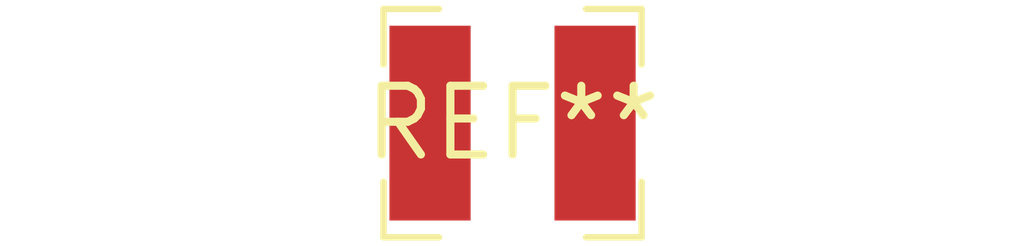
<source format=kicad_pcb>
(kicad_pcb (version 20240108) (generator pcbnew)
  (layers (0 "F.Cu" signal) (31 "B.Cu" signal) (34 "B.Paste" user) (35 "F.Paste" user) (36 "B.SilkS" user "B.Silkscreen") (37 "F.SilkS" user "F.Silkscreen") (38 "B.Mask" user) (39 "F.Mask" user) (44 "Edge.Cuts" user))
  (net 0 "")
  (footprint "L_Bourns-SRN4018" (layer "F.Cu") (at 0 0)
    (property "Reference" "REF**")
    (property "Value" "L_Bourns-SRN4018")
    (fp_line (start -2.385 -2.11) (end -2.385 -1.085) (layer "F.SilkS") (stroke (width 0.12)))
    (fp_line (start -2.385 -2.11) (end -1.36 -2.11) (layer "F.SilkS") (stroke (width 0.12)))
    (fp_line (start -2.385 2.11) (end -2.385 1.085) (layer "F.SilkS") (stroke (width 0.12)))
    (fp_line (start -2.385 2.11) (end -1.36 2.11) (layer "F.SilkS") (stroke (width 0.12)))
    (fp_line (start 2.385 -2.11) (end 1.36 -2.11) (layer "F.SilkS") (stroke (width 0.12)))
    (fp_line (start 2.385 -2.11) (end 2.385 -1.085) (layer "F.SilkS") (stroke (width 0.12)))
    (fp_line (start 2.385 2.11) (end 1.36 2.11) (layer "F.SilkS") (stroke (width 0.12)))
    (fp_line (start 2.385 2.11) (end 2.385 1.085) (layer "F.SilkS") (stroke (width 0.12)))
    (pad "1" smd rect (at -1.525 0) (size 1.5 3.6) (layers "F.Cu" "F.Paste" "F.Mask"))
    (pad "2" smd rect (at 1.525 0) (size 1.5 3.6) (layers "F.Cu" "F.Paste" "F.Mask"))
  )
)
</source>
